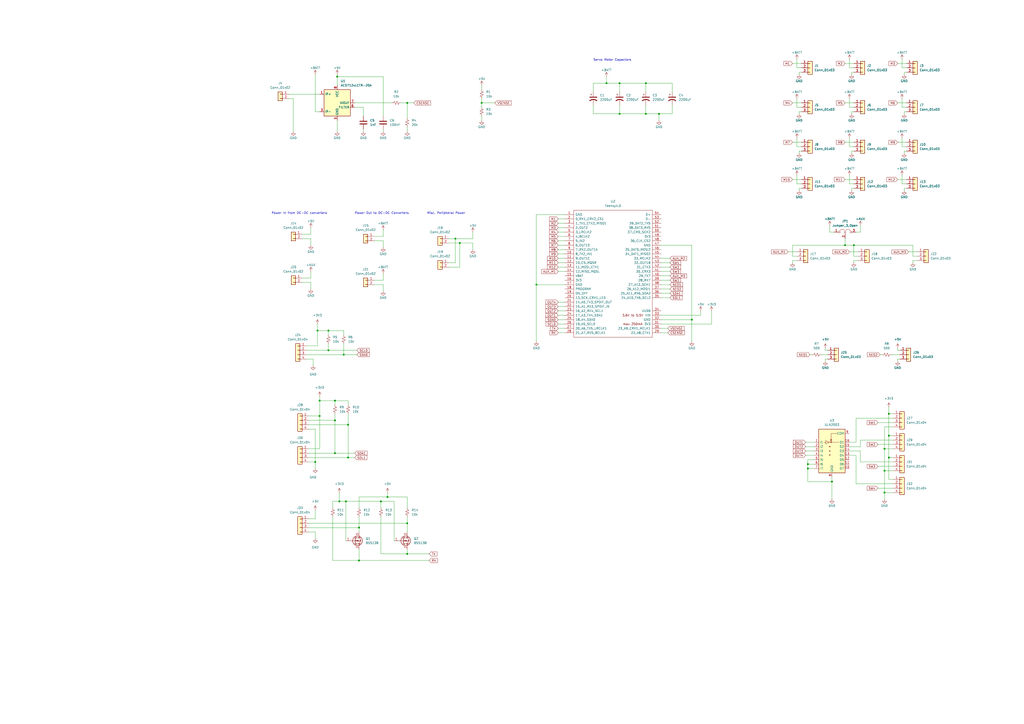
<source format=kicad_sch>
(kicad_sch (version 20211123) (generator eeschema)
  (paper "A2")
  (junction (at 208.28 306.07))
  (junction (at 515.62 265.43))
  (junction (at 264.16 138.43))
  (junction (at 513.08 260.35))
  (junction (at 374.65 48.26))
  (junction (at 182.88 267.97))
  (junction (at 515.62 240.03))
  (junction (at 199.39 205.74))
  (junction (at 185.42 241.3))
  (junction (at 200.66 290.83))
  (junction (at 184.15 191.77))
  (junction (at 401.32 185.42))
  (junction (at 482.6 279.4))
  (junction (at 490.22 142.24))
  (junction (at 190.5 191.77))
  (junction (at 468.63 271.78))
  (junction (at 359.41 66.04))
  (junction (at 382.27 66.04))
  (junction (at 190.5 203.2))
  (junction (at 236.22 59.69))
  (junction (at 513.08 285.75))
  (junction (at 208.28 325.12))
  (junction (at 513.08 273.05))
  (junction (at 201.93 265.43))
  (junction (at 224.79 288.29))
  (junction (at 266.7 140.97))
  (junction (at 351.79 48.26))
  (junction (at 236.22 303.53))
  (junction (at 311.15 165.1))
  (junction (at 220.98 290.83))
  (junction (at 194.31 262.89))
  (junction (at 194.31 232.41))
  (junction (at 201.93 246.38))
  (junction (at 194.31 243.84))
  (junction (at 185.42 232.41))
  (junction (at 515.62 252.73))
  (junction (at 236.22 321.31))
  (junction (at 359.41 48.26))
  (junction (at 374.65 66.04))
  (junction (at 468.63 269.24))
  (junction (at 196.85 290.83))
  (junction (at 195.58 44.45))
  (junction (at 495.3 142.24))
  (junction (at 279.4 59.69))
  (wire (pts (xy 344.17 53.34) (xy 344.17 48.26)))
  (wire (pts (xy 515.62 252.73) (xy 515.62 240.03)))
  (wire (pts (xy 513.08 285.75) (xy 518.16 285.75)))
  (wire (pts (xy 383.54 167.64) (xy 388.62 167.64)))
  (wire (pts (xy 180.34 135.89) (xy 180.34 132.08)))
  (wire (pts (xy 217.17 162.56) (xy 222.25 162.56)))
  (wire (pts (xy 516.89 205.74) (xy 521.97 205.74)))
  (wire (pts (xy 462.28 101.6) (xy 462.28 106.68)))
  (wire (pts (xy 182.88 248.92) (xy 179.07 248.92)))
  (wire (pts (xy 196.85 290.83) (xy 193.04 290.83)))
  (wire (pts (xy 193.04 290.83) (xy 193.04 294.64)))
  (wire (pts (xy 201.93 265.43) (xy 205.74 265.43)))
  (wire (pts (xy 513.08 247.65) (xy 513.08 260.35)))
  (wire (pts (xy 480.06 208.28) (xy 478.79 208.28)))
  (wire (pts (xy 464.82 109.22) (xy 463.55 109.22)))
  (wire (pts (xy 208.28 318.77) (xy 208.28 325.12)))
  (wire (pts (xy 529.59 152.4) (xy 529.59 151.13)))
  (wire (pts (xy 179.07 267.97) (xy 182.88 267.97)))
  (wire (pts (xy 182.88 295.91) (xy 182.88 300.99)))
  (wire (pts (xy 236.22 299.72) (xy 236.22 303.53)))
  (wire (pts (xy 478.79 208.28) (xy 478.79 209.55)))
  (wire (pts (xy 518.16 240.03) (xy 515.62 240.03)))
  (wire (pts (xy 264.16 152.4) (xy 264.16 138.43)))
  (wire (pts (xy 260.35 138.43) (xy 264.16 138.43)))
  (wire (pts (xy 492.76 264.16) (xy 496.57 264.16)))
  (wire (pts (xy 196.85 285.75) (xy 196.85 290.83)))
  (wire (pts (xy 510.54 205.74) (xy 511.81 205.74)))
  (wire (pts (xy 199.39 194.31) (xy 199.39 191.77)))
  (wire (pts (xy 523.24 34.29) (xy 523.24 39.37)))
  (wire (pts (xy 520.7 104.14) (xy 525.78 104.14)))
  (wire (pts (xy 499.11 261.62) (xy 492.76 261.62)))
  (wire (pts (xy 323.85 154.94) (xy 327.66 154.94)))
  (wire (pts (xy 323.85 137.16) (xy 327.66 137.16)))
  (wire (pts (xy 523.24 85.09) (xy 525.78 85.09)))
  (wire (pts (xy 459.74 151.13) (xy 462.28 151.13)))
  (wire (pts (xy 499.11 255.27) (xy 499.11 259.08)))
  (wire (pts (xy 194.31 262.89) (xy 205.74 262.89)))
  (wire (pts (xy 182.88 267.97) (xy 182.88 248.92)))
  (wire (pts (xy 462.28 85.09) (xy 464.82 85.09)))
  (wire (pts (xy 323.85 127) (xy 327.66 127)))
  (wire (pts (xy 509.27 245.11) (xy 518.16 245.11)))
  (wire (pts (xy 462.28 57.15) (xy 462.28 62.23)))
  (wire (pts (xy 279.4 59.69) (xy 279.4 62.23)))
  (wire (pts (xy 201.93 246.38) (xy 201.93 240.03)))
  (wire (pts (xy 193.04 325.12) (xy 208.28 325.12)))
  (wire (pts (xy 524.51 41.91) (xy 524.51 43.18)))
  (wire (pts (xy 492.76 80.01) (xy 492.76 85.09)))
  (wire (pts (xy 518.16 242.57) (xy 496.57 242.57)))
  (wire (pts (xy 459.74 152.4) (xy 459.74 151.13)))
  (wire (pts (xy 323.85 142.24) (xy 327.66 142.24)))
  (wire (pts (xy 490.22 36.83) (xy 495.3 36.83)))
  (wire (pts (xy 194.31 232.41) (xy 194.31 234.95)))
  (wire (pts (xy 180.34 138.43) (xy 180.34 142.24)))
  (wire (pts (xy 184.15 187.96) (xy 184.15 191.77)))
  (wire (pts (xy 323.85 180.34) (xy 327.66 180.34)))
  (wire (pts (xy 509.27 283.21) (xy 518.16 283.21)))
  (wire (pts (xy 401.32 185.42) (xy 401.32 198.12)))
  (wire (pts (xy 195.58 43.18) (xy 195.58 44.45)))
  (wire (pts (xy 359.41 48.26) (xy 374.65 48.26)))
  (wire (pts (xy 462.28 62.23) (xy 464.82 62.23)))
  (wire (pts (xy 482.6 276.86) (xy 482.6 279.4)))
  (wire (pts (xy 208.28 308.61) (xy 208.28 306.07)))
  (wire (pts (xy 467.36 256.54) (xy 472.44 256.54)))
  (wire (pts (xy 523.24 80.01) (xy 523.24 85.09)))
  (wire (pts (xy 495.3 64.77) (xy 494.03 64.77)))
  (wire (pts (xy 382.27 66.04) (xy 382.27 69.85)))
  (wire (pts (xy 478.79 203.2) (xy 480.06 203.2)))
  (wire (pts (xy 323.85 157.48) (xy 327.66 157.48)))
  (wire (pts (xy 520.7 201.93) (xy 520.7 203.2)))
  (wire (pts (xy 495.3 152.4) (xy 495.3 151.13)))
  (wire (pts (xy 323.85 177.8) (xy 327.66 177.8)))
  (wire (pts (xy 462.28 39.37) (xy 464.82 39.37)))
  (wire (pts (xy 323.85 134.62) (xy 327.66 134.62)))
  (wire (pts (xy 513.08 273.05) (xy 513.08 285.75)))
  (wire (pts (xy 524.51 87.63) (xy 524.51 88.9)))
  (wire (pts (xy 523.24 101.6) (xy 523.24 106.68)))
  (wire (pts (xy 464.82 41.91) (xy 463.55 41.91)))
  (wire (pts (xy 182.88 308.61) (xy 182.88 312.42)))
  (wire (pts (xy 467.36 264.16) (xy 472.44 264.16)))
  (wire (pts (xy 194.31 243.84) (xy 194.31 240.03)))
  (wire (pts (xy 222.25 139.7) (xy 222.25 143.51)))
  (wire (pts (xy 200.66 290.83) (xy 220.98 290.83)))
  (wire (pts (xy 529.59 148.59) (xy 532.13 148.59)))
  (wire (pts (xy 359.41 53.34) (xy 359.41 48.26)))
  (wire (pts (xy 190.5 203.2) (xy 207.01 203.2)))
  (wire (pts (xy 459.74 142.24) (xy 490.22 142.24)))
  (wire (pts (xy 181.61 208.28) (xy 181.61 212.09)))
  (wire (pts (xy 232.41 59.69) (xy 236.22 59.69)))
  (wire (pts (xy 459.74 142.24) (xy 459.74 148.59)))
  (wire (pts (xy 518.16 267.97) (xy 499.11 267.97)))
  (wire (pts (xy 200.66 313.69) (xy 200.66 290.83)))
  (wire (pts (xy 220.98 321.31) (xy 236.22 321.31)))
  (wire (pts (xy 462.28 148.59) (xy 459.74 148.59)))
  (wire (pts (xy 374.65 48.26) (xy 374.65 53.34)))
  (wire (pts (xy 323.85 144.78) (xy 327.66 144.78)))
  (wire (pts (xy 494.03 87.63) (xy 494.03 88.9)))
  (wire (pts (xy 236.22 288.29) (xy 236.22 294.64)))
  (wire (pts (xy 220.98 290.83) (xy 220.98 294.64)))
  (wire (pts (xy 185.42 232.41) (xy 185.42 241.3)))
  (wire (pts (xy 383.54 172.72) (xy 388.62 172.72)))
  (wire (pts (xy 184.15 191.77) (xy 190.5 191.77)))
  (wire (pts (xy 518.16 255.27) (xy 499.11 255.27)))
  (wire (pts (xy 459.74 36.83) (xy 464.82 36.83)))
  (wire (pts (xy 374.65 66.04) (xy 382.27 66.04)))
  (wire (pts (xy 344.17 48.26) (xy 351.79 48.26)))
  (wire (pts (xy 210.82 74.93) (xy 210.82 76.2)))
  (wire (pts (xy 412.75 180.34) (xy 412.75 187.96)))
  (wire (pts (xy 515.62 278.13) (xy 515.62 265.43)))
  (wire (pts (xy 236.22 321.31) (xy 248.92 321.31)))
  (wire (pts (xy 205.74 59.69) (xy 227.33 59.69)))
  (wire (pts (xy 524.51 64.77) (xy 524.51 66.04)))
  (wire (pts (xy 463.55 41.91) (xy 463.55 43.18)))
  (wire (pts (xy 323.85 147.32) (xy 327.66 147.32)))
  (wire (pts (xy 205.74 62.23) (xy 210.82 62.23)))
  (wire (pts (xy 383.54 182.88) (xy 406.4 182.88)))
  (wire (pts (xy 323.85 193.04) (xy 327.66 193.04)))
  (wire (pts (xy 266.7 140.97) (xy 274.32 140.97)))
  (wire (pts (xy 383.54 165.1) (xy 388.62 165.1)))
  (wire (pts (xy 383.54 157.48) (xy 388.62 157.48)))
  (wire (pts (xy 311.15 124.46) (xy 311.15 165.1)))
  (wire (pts (xy 236.22 59.69) (xy 240.03 59.69)))
  (wire (pts (xy 492.76 106.68) (xy 495.3 106.68)))
  (wire (pts (xy 495.3 142.24) (xy 529.59 142.24)))
  (wire (pts (xy 175.26 163.83) (xy 180.34 163.83)))
  (wire (pts (xy 401.32 142.24) (xy 401.32 185.42)))
  (wire (pts (xy 520.7 208.28) (xy 520.7 209.55)))
  (wire (pts (xy 513.08 260.35) (xy 513.08 273.05)))
  (wire (pts (xy 482.6 279.4) (xy 482.6 289.56)))
  (wire (pts (xy 494.03 109.22) (xy 494.03 110.49)))
  (wire (pts (xy 495.3 109.22) (xy 494.03 109.22)))
  (wire (pts (xy 323.85 139.7) (xy 327.66 139.7)))
  (wire (pts (xy 463.55 109.22) (xy 463.55 110.49)))
  (wire (pts (xy 323.85 129.54) (xy 327.66 129.54)))
  (wire (pts (xy 529.59 142.24) (xy 529.59 148.59)))
  (wire (pts (xy 323.85 149.86) (xy 327.66 149.86)))
  (wire (pts (xy 459.74 104.14) (xy 464.82 104.14)))
  (wire (pts (xy 260.35 140.97) (xy 266.7 140.97)))
  (wire (pts (xy 492.76 34.29) (xy 492.76 39.37)))
  (wire (pts (xy 406.4 182.88) (xy 406.4 180.34)))
  (wire (pts (xy 323.85 185.42) (xy 327.66 185.42)))
  (wire (pts (xy 467.36 261.62) (xy 472.44 261.62)))
  (wire (pts (xy 490.22 104.14) (xy 495.3 104.14)))
  (wire (pts (xy 468.63 269.24) (xy 468.63 271.78)))
  (wire (pts (xy 177.8 205.74) (xy 199.39 205.74)))
  (wire (pts (xy 478.79 201.93) (xy 478.79 203.2)))
  (wire (pts (xy 523.24 57.15) (xy 523.24 62.23)))
  (wire (pts (xy 520.7 36.83) (xy 525.78 36.83)))
  (wire (pts (xy 468.63 266.7) (xy 468.63 269.24)))
  (wire (pts (xy 274.32 140.97) (xy 274.32 144.78)))
  (wire (pts (xy 236.22 303.53) (xy 236.22 308.61)))
  (wire (pts (xy 464.82 64.77) (xy 463.55 64.77)))
  (wire (pts (xy 179.07 246.38) (xy 201.93 246.38)))
  (wire (pts (xy 327.66 165.1) (xy 311.15 165.1)))
  (wire (pts (xy 412.75 187.96) (xy 383.54 187.96)))
  (wire (pts (xy 513.08 247.65) (xy 518.16 247.65)))
  (wire (pts (xy 182.88 300.99) (xy 179.07 300.99)))
  (wire (pts (xy 266.7 154.94) (xy 266.7 140.97)))
  (wire (pts (xy 525.78 41.91) (xy 524.51 41.91)))
  (wire (pts (xy 175.26 138.43) (xy 180.34 138.43)))
  (wire (pts (xy 323.85 190.5) (xy 327.66 190.5)))
  (wire (pts (xy 167.64 54.61) (xy 185.42 54.61)))
  (wire (pts (xy 182.88 308.61) (xy 179.07 308.61)))
  (wire (pts (xy 383.54 193.04) (xy 387.35 193.04)))
  (wire (pts (xy 527.05 146.05) (xy 532.13 146.05)))
  (wire (pts (xy 222.25 137.16) (xy 222.25 133.35)))
  (wire (pts (xy 492.76 101.6) (xy 492.76 106.68)))
  (wire (pts (xy 463.55 87.63) (xy 463.55 88.9)))
  (wire (pts (xy 525.78 87.63) (xy 524.51 87.63)))
  (wire (pts (xy 525.78 109.22) (xy 524.51 109.22)))
  (wire (pts (xy 463.55 64.77) (xy 463.55 66.04)))
  (wire (pts (xy 383.54 152.4) (xy 388.62 152.4)))
  (wire (pts (xy 190.5 194.31) (xy 190.5 191.77)))
  (wire (pts (xy 525.78 64.77) (xy 524.51 64.77)))
  (wire (pts (xy 383.54 154.94) (xy 388.62 154.94)))
  (wire (pts (xy 311.15 124.46) (xy 327.66 124.46)))
  (wire (pts (xy 228.6 290.83) (xy 228.6 313.69)))
  (wire (pts (xy 199.39 191.77) (xy 190.5 191.77)))
  (wire (pts (xy 323.85 132.08) (xy 327.66 132.08)))
  (wire (pts (xy 513.08 260.35) (xy 518.16 260.35)))
  (wire (pts (xy 509.27 257.81) (xy 518.16 257.81)))
  (wire (pts (xy 383.54 162.56) (xy 388.62 162.56)))
  (wire (pts (xy 359.41 66.04) (xy 374.65 66.04)))
  (wire (pts (xy 513.08 285.75) (xy 513.08 289.56)))
  (wire (pts (xy 383.54 142.24) (xy 401.32 142.24)))
  (wire (pts (xy 499.11 134.62) (xy 499.11 130.81)))
  (wire (pts (xy 210.82 62.23) (xy 210.82 67.31)))
  (wire (pts (xy 490.22 142.24) (xy 495.3 142.24)))
  (wire (pts (xy 194.31 243.84) (xy 194.31 262.89)))
  (wire (pts (xy 495.3 148.59) (xy 495.3 142.24)))
  (wire (pts (xy 182.88 64.77) (xy 182.88 43.18)))
  (wire (pts (xy 520.7 203.2) (xy 521.97 203.2)))
  (wire (pts (xy 389.89 66.04) (xy 389.89 60.96)))
  (wire (pts (xy 201.93 232.41) (xy 194.31 232.41)))
  (wire (pts (xy 179.07 265.43) (xy 201.93 265.43)))
  (wire (pts (xy 260.35 154.94) (xy 266.7 154.94)))
  (wire (pts (xy 389.89 48.26) (xy 389.89 53.34)))
  (wire (pts (xy 469.9 205.74) (xy 471.17 205.74)))
  (wire (pts (xy 383.54 170.18) (xy 388.62 170.18)))
  (wire (pts (xy 509.27 270.51) (xy 518.16 270.51)))
  (wire (pts (xy 496.57 256.54) (xy 492.76 256.54)))
  (wire (pts (xy 467.36 259.08) (xy 472.44 259.08)))
  (wire (pts (xy 279.4 57.15) (xy 279.4 59.69)))
  (wire (pts (xy 523.24 106.68) (xy 525.78 106.68)))
  (wire (pts (xy 468.63 279.4) (xy 482.6 279.4)))
  (wire (pts (xy 374.65 48.26) (xy 389.89 48.26)))
  (wire (pts (xy 459.74 59.69) (xy 464.82 59.69)))
  (wire (pts (xy 184.15 200.66) (xy 177.8 200.66)))
  (wire (pts (xy 462.28 106.68) (xy 464.82 106.68)))
  (wire (pts (xy 220.98 299.72) (xy 220.98 321.31)))
  (wire (pts (xy 180.34 161.29) (xy 180.34 157.48)))
  (wire (pts (xy 351.79 44.45) (xy 351.79 48.26)))
  (wire (pts (xy 185.42 241.3) (xy 185.42 260.35)))
  (wire (pts (xy 472.44 266.7) (xy 468.63 266.7)))
  (wire (pts (xy 236.22 59.69) (xy 236.22 68.58)))
  (wire (pts (xy 459.74 82.55) (xy 464.82 82.55)))
  (wire (pts (xy 175.26 161.29) (xy 180.34 161.29)))
  (wire (pts (xy 492.76 39.37) (xy 495.3 39.37)))
  (wire (pts (xy 520.7 59.69) (xy 525.78 59.69)))
  (wire (pts (xy 195.58 44.45) (xy 195.58 49.53)))
  (wire (pts (xy 217.17 165.1) (xy 222.25 165.1)))
  (wire (pts (xy 264.16 138.43) (xy 274.32 138.43)))
  (wire (pts (xy 323.85 152.4) (xy 327.66 152.4)))
  (wire (pts (xy 374.65 66.04) (xy 374.65 60.96)))
  (wire (pts (xy 518.16 280.67) (xy 496.57 280.67)))
  (wire (pts (xy 279.4 59.69) (xy 287.02 59.69)))
  (wire (pts (xy 383.54 160.02) (xy 388.62 160.02)))
  (wire (pts (xy 518.16 278.13) (xy 515.62 278.13)))
  (wire (pts (xy 181.61 208.28) (xy 177.8 208.28)))
  (wire (pts (xy 344.17 66.04) (xy 359.41 66.04)))
  (wire (pts (xy 224.79 288.29) (xy 236.22 288.29)))
  (wire (pts (xy 382.27 66.04) (xy 389.89 66.04)))
  (wire (pts (xy 194.31 232.41) (xy 185.42 232.41)))
  (wire (pts (xy 236.22 73.66) (xy 236.22 76.2)))
  (wire (pts (xy 495.3 151.13) (xy 497.84 151.13)))
  (wire (pts (xy 490.22 82.55) (xy 495.3 82.55)))
  (wire (pts (xy 260.35 152.4) (xy 264.16 152.4)))
  (wire (pts (xy 490.22 59.69) (xy 495.3 59.69)))
  (wire (pts (xy 179.07 303.53) (xy 236.22 303.53)))
  (wire (pts (xy 518.16 252.73) (xy 515.62 252.73)))
  (wire (pts (xy 279.4 49.53) (xy 279.4 52.07)))
  (wire (pts (xy 195.58 44.45) (xy 222.25 44.45)))
  (wire (pts (xy 224.79 285.75) (xy 224.79 288.29)))
  (wire (pts (xy 201.93 246.38) (xy 201.93 265.43)))
  (wire (pts (xy 201.93 234.95) (xy 201.93 232.41)))
  (wire (pts (xy 521.97 208.28) (xy 520.7 208.28)))
  (wire (pts (xy 279.4 67.31) (xy 279.4 69.85)))
  (wire (pts (xy 496.57 134.62) (xy 499.11 134.62)))
  (wire (pts (xy 179.07 306.07) (xy 208.28 306.07)))
  (wire (pts (xy 222.25 74.93) (xy 222.25 76.2)))
  (wire (pts (xy 323.85 175.26) (xy 327.66 175.26)))
  (wire (pts (xy 468.63 271.78) (xy 472.44 271.78)))
  (wire (pts (xy 195.58 69.85) (xy 195.58 76.2)))
  (wire (pts (xy 496.57 280.67) (xy 496.57 264.16)))
  (wire (pts (xy 185.42 241.3) (xy 179.07 241.3)))
  (wire (pts (xy 179.07 262.89) (xy 194.31 262.89)))
  (wire (pts (xy 217.17 139.7) (xy 222.25 139.7)))
  (wire (pts (xy 208.28 288.29) (xy 224.79 288.29)))
  (wire (pts (xy 515.62 265.43) (xy 515.62 252.73)))
  (wire (pts (xy 217.17 137.16) (xy 222.25 137.16)))
  (wire (pts (xy 495.3 87.63) (xy 494.03 87.63)))
  (wire (pts (xy 236.22 318.77) (xy 236.22 321.31)))
  (wire (pts (xy 518.16 265.43) (xy 515.62 265.43)))
  (wire (pts (xy 311.15 165.1) (xy 311.15 198.12)))
  (wire (pts (xy 179.07 243.84) (xy 194.31 243.84)))
  (wire (pts (xy 492.76 57.15) (xy 492.76 62.23)))
  (wire (pts (xy 193.04 299.72) (xy 193.04 325.12)))
  (wire (pts (xy 515.62 240.03) (xy 515.62 236.22)))
  (wire (pts (xy 185.42 64.77) (xy 182.88 64.77)))
  (wire (pts (xy 274.32 138.43) (xy 274.32 134.62)))
  (wire (pts (xy 529.59 151.13) (xy 532.13 151.13)))
  (wire (pts (xy 383.54 190.5) (xy 387.35 190.5)))
  (wire (pts (xy 520.7 82.55) (xy 525.78 82.55)))
  (wire (pts (xy 476.25 205.74) (xy 480.06 205.74)))
  (wire (pts (xy 323.85 182.88) (xy 327.66 182.88)))
  (wire (pts (xy 196.85 290.83) (xy 200.66 290.83)))
  (wire (pts (xy 523.24 62.23) (xy 525.78 62.23)))
  (wire (pts (xy 513.08 273.05) (xy 518.16 273.05)))
  (wire (pts (xy 462.28 80.01) (xy 462.28 85.09)))
  (wire (pts (xy 492.76 259.08) (xy 499.11 259.08)))
  (wire (pts (xy 190.5 199.39) (xy 190.5 203.2)))
  (wire (pts (xy 167.64 57.15) (xy 170.18 57.15)))
  (wire (pts (xy 492.76 62.23) (xy 495.3 62.23)))
  (wire (pts (xy 499.11 267.97) (xy 499.11 261.62)))
  (wire (pts (xy 495.3 41.91) (xy 494.03 41.91)))
  (wire (pts (xy 481.33 130.81) (xy 481.33 134.62)))
  (wire (pts (xy 323.85 187.96) (xy 327.66 187.96)))
  (wire (pts (xy 468.63 271.78) (xy 468.63 279.4)))
  (wire (pts (xy 177.8 203.2) (xy 190.5 203.2)))
  (wire (pts (xy 462.28 34.29) (xy 462.28 39.37)))
  (wire (pts (xy 208.28 294.64) (xy 208.28 288.29)))
  (wire (pts (xy 185.42 229.87) (xy 185.42 232.41)))
  (wire (pts (xy 199.39 199.39) (xy 199.39 205.74)))
  (wire (pts (xy 184.15 191.77) (xy 184.15 200.66)))
  (wire (pts (xy 208.28 299.72) (xy 208.28 306.07)))
  (wire (pts (xy 524.51 109.22) (xy 524.51 110.49)))
  (wire (pts (xy 359.41 66.04) (xy 359.41 60.96)))
  (wire (pts (xy 170.18 57.15) (xy 170.18 76.2)))
  (wire (pts (xy 481.33 134.62) (xy 483.87 134.62)))
  (wire (pts (xy 464.82 87.63) (xy 463.55 87.63)))
  (wire (pts (xy 494.03 41.91) (xy 494.03 43.18)))
  (wire (pts (xy 492.76 146.05) (xy 497.84 146.05)))
  (wire (pts (xy 523.24 39.37) (xy 525.78 39.37)))
  (wire (pts (xy 492.76 85.09) (xy 495.3 85.09)))
  (wire (pts (xy 383.54 185.42) (xy 401.32 185.42)))
  (wire (pts (xy 344.17 60.96) (xy 344.17 66.04)))
  (wire (pts (xy 351.79 48.26) (xy 359.41 48.26)))
  (wire (pts (xy 199.39 205.74) (xy 207.01 205.74)))
  (wire (pts (xy 222.25 162.56) (xy 222.25 158.75)))
  (wire (pts (xy 182.88 267.97) (xy 182.88 271.78)))
  (wire (pts (xy 490.22 138.43) (xy 490.22 142.24)))
  (wire (pts (xy 222.25 165.1) (xy 222.25 168.91)))
  (wire (pts (xy 497.84 148.59) (xy 495.3 148.59)))
  (wire (pts (xy 185.42 260.35) (xy 179.07 260.35)))
  (wire (pts (xy 175.26 135.89) (xy 180.34 135.89)))
  (wire (pts (xy 457.2 146.05) (xy 462.28 146.05)))
  (wire (pts (xy 468.63 269.24) (xy 472.44 269.24)))
  (wire (pts (xy 222.25 44.45) (xy 222.25 67.31)))
  (wire (pts (xy 383.54 149.86) (xy 388.62 149.86)))
  (wire (pts (xy 228.6 290.83) (xy 220.98 290.83)))
  (wire (pts (xy 180.34 163.83) (xy 180.34 167.64)))
  (wire (pts (xy 494.03 64.77) (xy 494.03 66.04)))
  (wire (pts (xy 496.57 242.57) (xy 496.57 256.54)))
  (wire (pts (xy 208.28 325.12) (xy 248.92 325.12)))
  (text "Power In from DC-DC converters\n" (at 157.48 124.46 0) (effects (font (size 1.27 1.27)) (justify left bottom)))
  (text "Power Out to DC-DC Converters\n" (at 205.74 124.46 0) (effects (font (size 1.27 1.27)) (justify left bottom)))
  (text "Servo Motor Capactors" (at 344.17 35.56 0) (effects (font (size 1.27 1.27)) (justify left bottom)))
  (text "Misc. Peripheral Power\n" (at 247.65 124.46 0) (effects (font (size 1.27 1.27)) (justify left bottom)))
  (global_label "M7" (shape input) (at 323.85 142.24 180) (property "Intersheet References" "${INTERSHEET_REFS}" (effects hide)))
  (global_label "M9" (shape input) (at 520.7 82.55 180) (property "Intersheet References" "${INTERSHEET_REFS}" (effects hide)))
  (global_label "AUX_M1" (shape input) (at 323.85 157.48 180) (property "Intersheet References" "${INTERSHEET_REFS}" (effects hide)))
  (global_label "M5" (shape input) (at 323.85 137.16 180) (property "Intersheet References" "${INTERSHEET_REFS}" (effects hide)))
  (global_label "M8" (shape input) (at 323.85 144.78 180) (property "Intersheet References" "${INTERSHEET_REFS}" (effects hide)))
  (global_label "AUX_M3" (shape input) (at 388.62 160.02 0) (property "Intersheet References" "${INTERSHEET_REFS}" (effects hide)))
  (global_label "SCL0" (shape input) (at 207.01 203.2 0) (property "Intersheet References" "${INTERSHEET_REFS}" (effects hide)))
  (global_label "M4" (shape input) (at 459.74 59.69 180) (property "Intersheet References" "${INTERSHEET_REFS}" (effects hide)))
  (global_label "SDL1" (shape input) (at 388.62 172.72 0) (property "Intersheet References" "${INTERSHEET_REFS}" (effects hide)))
  (global_label "M5" (shape input) (at 490.22 59.69 180) (property "Intersheet References" "${INTERSHEET_REFS}" (effects hide)))
  (global_label "CSENSE" (shape input) (at 240.03 59.69 0) (property "Intersheet References" "${INTERSHEET_REFS}" (effects hide)))
  (global_label "OUT2" (shape input) (at 323.85 180.34 180) (property "Intersheet References" "${INTERSHEET_REFS}" (effects hide)))
  (global_label "AUX_M3" (shape input) (at 527.05 146.05 180) (property "Intersheet References" "${INTERSHEET_REFS}" (effects hide)))
  (global_label "SW3" (shape input) (at 509.27 270.51 180) (property "Intersheet References" "${INTERSHEET_REFS}" (effects hide)))
  (global_label "M3" (shape input) (at 520.7 36.83 180) (property "Intersheet References" "${INTERSHEET_REFS}" (effects hide)))
  (global_label "TX" (shape input) (at 248.92 321.31 0) (property "Intersheet References" "${INTERSHEET_REFS}" (effects hide)))
  (global_label "OUT4" (shape input) (at 323.85 175.26 180) (property "Intersheet References" "${INTERSHEET_REFS}" (effects hide)))
  (global_label "M6" (shape input) (at 323.85 139.7 180) (property "Intersheet References" "${INTERSHEET_REFS}" (effects hide)))
  (global_label "AUX_M1" (shape input) (at 457.2 146.05 180) (property "Intersheet References" "${INTERSHEET_REFS}" (effects hide)))
  (global_label "SDA0" (shape input) (at 323.85 185.42 180) (property "Intersheet References" "${INTERSHEET_REFS}" (effects hide)))
  (global_label "M1" (shape input) (at 323.85 127 180) (property "Intersheet References" "${INTERSHEET_REFS}" (effects hide)))
  (global_label "SDA1" (shape input) (at 205.74 262.89 0) (property "Intersheet References" "${INTERSHEET_REFS}" (effects hide)))
  (global_label "NEO1" (shape input) (at 469.9 205.74 180) (property "Intersheet References" "${INTERSHEET_REFS}" (effects hide)))
  (global_label "SDA1" (shape input) (at 388.62 170.18 0) (property "Intersheet References" "${INTERSHEET_REFS}" (effects hide)))
  (global_label "OUT1" (shape input) (at 323.85 182.88 180) (property "Intersheet References" "${INTERSHEET_REFS}" (effects hide)))
  (global_label "M10" (shape input) (at 323.85 149.86 180) (property "Intersheet References" "${INTERSHEET_REFS}" (effects hide)))
  (global_label "RX" (shape input) (at 323.85 193.04 180) (property "Intersheet References" "${INTERSHEET_REFS}" (effects hide)))
  (global_label "SW4" (shape input) (at 388.62 152.4 0) (property "Intersheet References" "${INTERSHEET_REFS}" (effects hide)))
  (global_label "SCL0" (shape input) (at 323.85 187.96 180) (property "Intersheet References" "${INTERSHEET_REFS}" (effects hide)))
  (global_label "M2" (shape input) (at 323.85 129.54 180) (property "Intersheet References" "${INTERSHEET_REFS}" (effects hide)))
  (global_label "OUT3" (shape input) (at 467.36 261.62 180) (property "Intersheet References" "${INTERSHEET_REFS}" (effects hide)))
  (global_label "M12" (shape input) (at 520.7 104.14 180) (property "Intersheet References" "${INTERSHEET_REFS}" (effects hide)))
  (global_label "SDA0" (shape input) (at 207.01 205.74 0) (property "Intersheet References" "${INTERSHEET_REFS}" (effects hide)))
  (global_label "AUX_M2" (shape input) (at 492.76 146.05 180) (property "Intersheet References" "${INTERSHEET_REFS}" (effects hide)))
  (global_label "SDL1" (shape input) (at 205.74 265.43 0) (property "Intersheet References" "${INTERSHEET_REFS}" (effects hide)))
  (global_label "M4" (shape input) (at 323.85 134.62 180) (property "Intersheet References" "${INTERSHEET_REFS}" (effects hide)))
  (global_label "OUT3" (shape input) (at 323.85 177.8 180) (property "Intersheet References" "${INTERSHEET_REFS}" (effects hide)))
  (global_label "M3" (shape input) (at 323.85 132.08 180) (property "Intersheet References" "${INTERSHEET_REFS}" (effects hide)))
  (global_label "TX" (shape input) (at 323.85 190.5 180) (property "Intersheet References" "${INTERSHEET_REFS}" (effects hide)))
  (global_label "M12" (shape input) (at 323.85 154.94 180) (property "Intersheet References" "${INTERSHEET_REFS}" (effects hide)))
  (global_label "SW3" (shape input) (at 388.62 157.48 0) (property "Intersheet References" "${INTERSHEET_REFS}" (effects hide)))
  (global_label "CSENSE" (shape input) (at 387.35 193.04 0) (property "Intersheet References" "${INTERSHEET_REFS}" (effects hide)))
  (global_label "NEO1" (shape input) (at 388.62 165.1 0) (property "Intersheet References" "${INTERSHEET_REFS}" (effects hide)))
  (global_label "RX" (shape input) (at 248.92 325.12 0) (property "Intersheet References" "${INTERSHEET_REFS}" (effects hide)))
  (global_label "OUT1" (shape input) (at 467.36 256.54 180) (property "Intersheet References" "${INTERSHEET_REFS}" (effects hide)))
  (global_label "M7" (shape input) (at 459.74 82.55 180) (property "Intersheet References" "${INTERSHEET_REFS}" (effects hide)))
  (global_label "M2" (shape input) (at 490.22 36.83 180) (property "Intersheet References" "${INTERSHEET_REFS}" (effects hide)))
  (global_label "SW2" (shape input) (at 388.62 154.94 0) (property "Intersheet References" "${INTERSHEET_REFS}" (effects hide)))
  (global_label "OUT2" (shape input) (at 467.36 259.08 180) (property "Intersheet References" "${INTERSHEET_REFS}" (effects hide)))
  (global_label "VSENSE" (shape input) (at 287.02 59.69 0) (property "Intersheet References" "${INTERSHEET_REFS}" (effects hide)))
  (global_label "M1" (shape input) (at 459.74 36.83 180) (property "Intersheet References" "${INTERSHEET_REFS}" (effects hide)))
  (global_label "AUX_M2" (shape input) (at 388.62 149.86 0) (property "Intersheet References" "${INTERSHEET_REFS}" (effects hide)))
  (global_label "NEO2" (shape input) (at 388.62 167.64 0) (property "Intersheet References" "${INTERSHEET_REFS}" (effects hide)))
  (global_label "NEO2" (shape input) (at 510.54 205.74 180) (property "Intersheet References" "${INTERSHEET_REFS}" (effects hide)))
  (global_label "M11" (shape input) (at 490.22 104.14 180) (property "Intersheet References" "${INTERSHEET_REFS}" (effects hide)))
  (global_label "M6" (shape input) (at 520.7 59.69 180) (property "Intersheet References" "${INTERSHEET_REFS}" (effects hide)))
  (global_label "VSENSE" (shape input) (at 387.35 190.5 0) (property "Intersheet References" "${INTERSHEET_REFS}" (effects hide)))
  (global_label "M10" (shape input) (at 459.74 104.14 180) (property "Intersheet References" "${INTERSHEET_REFS}" (effects hide)))
  (global_label "M8" (shape input) (at 490.22 82.55 180) (property "Intersheet References" "${INTERSHEET_REFS}" (effects hide)))
  (global_label "M9" (shape input) (at 323.85 147.32 180) (property "Intersheet References" "${INTERSHEET_REFS}" (effects hide)))
  (global_label "M11" (shape input) (at 323.85 152.4 180) (property "Intersheet References" "${INTERSHEET_REFS}" (effects hide)))
  (global_label "SW2" (shape input) (at 509.27 257.81 180) (property "Intersheet References" "${INTERSHEET_REFS}" (effects hide)))
  (global_label "SW4" (shape input) (at 509.27 283.21 180) (property "Intersheet References" "${INTERSHEET_REFS}" (effects hide)))
  (global_label "OUT4" (shape input) (at 467.36 264.16 180) (property "Intersheet References" "${INTERSHEET_REFS}" (effects hide)))
  (global_label "SW1" (shape input) (at 509.27 245.11 180) (property "Intersheet References" "${INTERSHEET_REFS}" (effects hide)))
  (global_label "SW1" (shape input) (at 388.62 162.56 0) (property "Intersheet References" "${INTERSHEET_REFS}" (effects hide)))
  (symbol (lib_id "power:GND") (at 524.51 66.04 0) (unit 1)
    (property "Reference" "#PWR016" (effects hide))
    (property "Value" "GND" (at 524.51 69.85 0))
  )
  (symbol (lib_id "power:+5V") (at 279.4 49.53 0) (unit 1)
    (property "Reference" "#PWR010" (effects hide))
    (property "Value" "+5V" (at 279.4 45.72 0))
  )
  (symbol (lib_id "Transistor_FET:BSS138") (at 233.68 313.69 0) (unit 1)
    (property "Reference" "Q2" (at 240.03 312.4199 0) (effects (justify left)))
    (property "Value" "BSS138" (at 240.03 314.9599 0) (effects (justify left)))
    (property "Footprint" "Package_TO_SOT_SMD:SOT-23" (effects hide))
    (property "Datasheet" "https://www.onsemi.com/pub/Collateral/BSS138-D.PDF" (effects hide))
  )
  (symbol (lib_id "power:+5V") (at 224.79 285.75 0) (unit 1)
    (property "Reference" "#PWR062" (effects hide))
    (property "Value" "+5V" (at 224.79 280.67 0))
  )
  (symbol (lib_id "power:GND") (at 180.34 167.64 0) (unit 1)
    (property "Reference" "#PWR048" (effects hide))
    (property "Value" "GND" (at 180.34 171.45 0))
  )
  (symbol (lib_id "Transistor_Array:ULN2003") (at 482.6 261.62 0) (unit 1)
    (property "Reference" "U3" (at 482.6 243.84 0))
    (property "Value" "ULN2003" (at 482.6 246.38 0))
    (property "Footprint" "Package_SO:SOIC-16_3.9x9.9mm_P1.27mm" (effects hide))
    (property "Datasheet" "http://www.ti.com/lit/ds/symlink/uln2003a.pdf" (effects hide))
  )
  (symbol (lib_id "power:GND") (at 170.18 76.2 0) (unit 1)
    (property "Reference" "#PWR019" (effects hide))
    (property "Value" "GND" (at 170.18 80.01 0))
  )
  (symbol (lib_id "power:+BATT") (at 523.24 34.29 0) (unit 1)
    (property "Reference" "#PWR03" (effects hide))
    (property "Value" "+BATT" (at 523.24 30.48 0))
  )
  (symbol (lib_id "Connector_Generic:Conn_01x03") (at 530.86 85.09 0) (unit 1)
    (property "Reference" "J10" (at 533.4 83.8199 0) (effects (justify left)))
    (property "Value" "Conn_01x03" (at 533.4 86.3599 0) (effects (justify left)))
    (property "Footprint" "Connector_PinHeader_2.54mm:PinHeader_1x03_P2.54mm_Vertical" (effects hide))
  )
  (symbol (lib_id "power:GND") (at 494.03 88.9 0) (unit 1)
    (property "Reference" "#PWR028" (effects hide))
    (property "Value" "GND" (at 494.03 92.71 0))
  )
  (symbol (lib_id "Connector_Generic:Conn_01x04") (at 523.24 267.97 0) (unit 1)
    (property "Reference" "J31" (at 525.78 267.9699 0) (effects (justify left)))
    (property "Value" "Conn_01x04" (at 525.78 270.5099 0) (effects (justify left)))
    (property "Footprint" "Connector_PinHeader_2.54mm:PinHeader_1x04_P2.54mm_Vertical" (effects hide))
  )
  (symbol (lib_id "Connector_Generic:Conn_01x03") (at 527.05 205.74 0) (unit 1)
    (property "Reference" "J26" (at 529.59 204.4699 0) (effects (justify left)))
    (property "Value" "Conn_01x03" (at 529.59 207.0099 0) (effects (justify left)))
    (property "Footprint" "Connector_PinHeader_2.54mm:PinHeader_1x03_P2.54mm_Vertical" (effects hide))
  )
  (symbol (lib_id "power:+BATT") (at 492.76 80.01 0) (unit 1)
    (property "Reference" "#PWR025" (effects hide))
    (property "Value" "+BATT" (at 492.76 76.2 0))
  )
  (symbol (lib_id "power:+BATT") (at 481.33 130.81 0) (unit 1)
    (property "Reference" "#PWR036" (effects hide))
    (property "Value" "+BATT" (at 481.33 127 0))
  )
  (symbol (lib_id "power:GND") (at 210.82 76.2 0) (unit 1)
    (property "Reference" "#PWR021" (effects hide))
    (property "Value" "GND" (at 210.82 80.01 0))
  )
  (symbol (lib_id "Connector_Generic:Conn_01x04") (at 523.24 280.67 0) (unit 1)
    (property "Reference" "J32" (at 525.78 280.6699 0) (effects (justify left)))
    (property "Value" "Conn_01x04" (at 525.78 283.2099 0) (effects (justify left)))
    (property "Footprint" "Connector_PinHeader_2.54mm:PinHeader_1x04_P2.54mm_Vertical" (effects hide))
  )
  (symbol (lib_id "power:+BATT") (at 523.24 80.01 0) (unit 1)
    (property "Reference" "#PWR026" (effects hide))
    (property "Value" "+BATT" (at 523.24 76.2 0))
  )
  (symbol (lib_id "Connector_Generic:Conn_01x02") (at 212.09 162.56 0) (mirror y) (unit 1)
    (property "Reference" "J21" (at 212.09 156.21 0))
    (property "Value" "Conn_01x02" (at 212.09 158.75 0))
    (property "Footprint" "Connector_PinHeader_2.54mm:PinHeader_1x02_P2.54mm_Vertical" (effects hide))
  )
  (symbol (lib_id "Connector_Generic:Conn_01x04") (at 173.99 262.89 0) (mirror y) (unit 1)
    (property "Reference" "J30" (at 173.99 254 0))
    (property "Value" "Conn_01x04" (at 173.99 256.54 0))
    (property "Footprint" "Connector_PinHeader_2.54mm:PinHeader_1x04_P2.54mm_Vertical" (effects hide))
  )
  (symbol (lib_id "Connector_Generic:Conn_01x03") (at 469.9 106.68 0) (unit 1)
    (property "Reference" "J11" (at 472.44 105.4099 0) (effects (justify left)))
    (property "Value" "Conn_01x03" (at 472.44 107.9499 0) (effects (justify left)))
    (property "Footprint" "Connector_PinHeader_2.54mm:PinHeader_1x03_P2.54mm_Vertical" (effects hide))
  )
  (symbol (lib_id "Connector_Generic:Conn_01x02") (at 170.18 161.29 0) (mirror y) (unit 1)
    (property "Reference" "J20" (at 170.18 154.94 0))
    (property "Value" "Conn_01x02" (at 170.18 157.48 0))
    (property "Footprint" "Connector_PinHeader_2.54mm:PinHeader_1x02_P2.54mm_Vertical" (effects hide))
  )
  (symbol (lib_id "Device:R_Small_US") (at 208.28 297.18 0) (unit 1)
    (property "Reference" "R12" (at 210.82 295.9099 0) (effects (justify left)))
    (property "Value" "10k" (at 210.82 298.4499 0) (effects (justify left)))
    (property "Footprint" "Resistor_SMD:R_1206_3216Metric_Pad1.30x1.75mm_HandSolder" (effects hide))
  )
  (symbol (lib_id "power:GND") (at 279.4 69.85 0) (unit 1)
    (property "Reference" "#PWR017" (effects hide))
    (property "Value" "GND" (at 279.4 73.66 0))
  )
  (symbol (lib_id "Device:R_Small_US") (at 229.87 59.69 90) (unit 1)
    (property "Reference" "R2" (at 229.87 53.34 90))
    (property "Value" "10k" (at 229.87 55.88 90))
    (property "Footprint" "Resistor_SMD:R_1206_3216Metric_Pad1.30x1.75mm_HandSolder" (effects hide))
  )
  (symbol (lib_id "power:GND") (at 182.88 312.42 0) (unit 1)
    (property "Reference" "#PWR066" (effects hide))
    (property "Value" "GND" (at 182.88 317.5 0))
  )
  (symbol (lib_id "Sensor_Current:ACS712xLCTR-20A") (at 195.58 59.69 0) (unit 1)
    (property "Reference" "U1" (at 197.5994 46.99 0) (effects (justify left)))
    (property "Value" "ACS712xLCTR-20A" (at 197.5994 49.53 0) (effects (justify left)))
    (property "Footprint" "Package_SO:SOIC-8_3.9x4.9mm_P1.27mm" (effects hide))
    (property "Datasheet" "http://www.allegromicro.com/~/media/Files/Datasheets/ACS712-Datasheet.ashx?la=en" (effects hide))
  )
  (symbol (lib_id "power:GND") (at 520.7 209.55 0) (unit 1)
    (property "Reference" "#PWR056" (effects hide))
    (property "Value" "GND" (at 520.7 213.36 0))
  )
  (symbol (lib_id "Connector_Generic:Conn_01x03") (at 500.38 62.23 0) (unit 1)
    (property "Reference" "J6" (at 502.92 60.9599 0) (effects (justify left)))
    (property "Value" "Conn_01x03" (at 502.92 63.4999 0) (effects (justify left)))
    (property "Footprint" "Connector_PinHeader_2.54mm:PinHeader_1x03_P2.54mm_Vertical" (effects hide))
  )
  (symbol (lib_id "power:GND") (at 494.03 43.18 0) (unit 1)
    (property "Reference" "#PWR07" (effects hide))
    (property "Value" "GND" (at 494.03 46.99 0))
  )
  (symbol (lib_id "Connector_Generic:Conn_01x03") (at 500.38 39.37 0) (unit 1)
    (property "Reference" "J2" (at 502.92 38.0999 0) (effects (justify left)))
    (property "Value" "Conn_01x03" (at 502.92 40.6399 0) (effects (justify left)))
    (property "Footprint" "Connector_PinHeader_2.54mm:PinHeader_1x03_P2.54mm_Vertical" (effects hide))
  )
  (symbol (lib_id "Connector_Generic:Conn_01x02") (at 255.27 138.43 0) (mirror y) (unit 1)
    (property "Reference" "J16" (at 255.27 132.08 0))
    (property "Value" "Conn_01x02" (at 255.27 134.62 0))
    (property "Footprint" "Connector_PinHeader_2.54mm:PinHeader_1x02_P2.54mm_Vertical" (effects hide))
  )
  (symbol (lib_id "Connector_Generic:Conn_01x04") (at 173.99 303.53 0) (mirror y) (unit 1)
    (property "Reference" "J33" (at 173.99 294.64 0))
    (property "Value" "Conn_01x04" (at 173.99 297.18 0))
    (property "Footprint" "Connector_PinHeader_2.54mm:PinHeader_1x04_P2.54mm_Vertical" (effects hide))
  )
  (symbol (lib_id "power:+5V") (at 520.7 201.93 0) (unit 1)
    (property "Reference" "#PWR054" (effects hide))
    (property "Value" "+5V" (at 520.7 196.85 0))
  )
  (symbol (lib_id "power:+5V") (at 195.58 43.18 0) (unit 1)
    (property "Reference" "#PWR05" (effects hide))
    (property "Value" "+5V" (at 195.58 39.37 0))
  )
  (symbol (lib_id "power:GND") (at 463.55 110.49 0) (unit 1)
    (property "Reference" "#PWR033" (effects hide))
    (property "Value" "GND" (at 463.55 114.3 0))
  )
  (symbol (lib_id "Device:C_Polarized_US") (at 344.17 57.15 0) (unit 1)
    (property "Reference" "C1" (at 347.98 55.2449 0) (effects (justify left)))
    (property "Value" "2200uF" (at 347.98 57.7849 0) (effects (justify left)))
    (property "Footprint" "Capacitor_THT:CP_Radial_D10.0mm_P5.00mm" (effects hide))
  )
  (symbol (lib_id "power:GND") (at 222.25 168.91 0) (unit 1)
    (property "Reference" "#PWR051" (effects hide))
    (property "Value" "GND" (at 222.25 172.72 0))
  )
  (symbol (lib_id "power:+5V") (at 274.32 134.62 0) (unit 1)
    (property "Reference" "#PWR040" (effects hide))
    (property "Value" "+5V" (at 274.32 130.81 0))
  )
  (symbol (lib_id "Device:R_Small_US") (at 201.93 237.49 0) (unit 1)
    (property "Reference" "R10" (at 204.47 236.2199 0) (effects (justify left)))
    (property "Value" "10k" (at 204.47 238.7599 0) (effects (justify left)))
    (property "Footprint" "Resistor_SMD:R_1206_3216Metric_Pad1.30x1.75mm_HandSolder" (effects hide))
  )
  (symbol (lib_id "power:+5V") (at 406.4 180.34 0) (unit 1)
    (property "Reference" "#PWR0103" (effects hide))
    (property "Value" "+5V" (at 406.4 176.53 0))
  )
  (symbol (lib_id "Device:R_Small_US") (at 236.22 297.18 0) (unit 1)
    (property "Reference" "R14" (at 238.76 295.9099 0) (effects (justify left)))
    (property "Value" "10k" (at 238.76 298.4499 0) (effects (justify left)))
    (property "Footprint" "Resistor_SMD:R_1206_3216Metric_Pad1.30x1.75mm_HandSolder" (effects hide))
  )
  (symbol (lib_id "general:+AUX") (at 499.11 130.81 0) (unit 1)
    (property "Reference" "#PWR037" (effects hide))
    (property "Value" "+AUX" (at 499.11 127 0))
  )
  (symbol (lib_id "Device:R_Small_US") (at 190.5 196.85 0) (unit 1)
    (property "Reference" "R5" (at 193.04 195.5799 0) (effects (justify left)))
    (property "Value" "10k" (at 193.04 198.1199 0) (effects (justify left)))
    (property "Footprint" "Resistor_SMD:R_1206_3216Metric_Pad1.30x1.75mm_HandSolder" (effects hide))
  )
  (symbol (lib_id "Device:R_Small_US") (at 193.04 297.18 0) (unit 1)
    (property "Reference" "R11" (at 195.58 295.9099 0) (effects (justify left)))
    (property "Value" "10k" (at 195.58 298.4499 0) (effects (justify left)))
    (property "Footprint" "Resistor_SMD:R_1206_3216Metric_Pad1.30x1.75mm_HandSolder" (effects hide))
  )
  (symbol (lib_id "Teensy:Teensy4.0") (at 355.6 158.75 0) (unit 1)
    (property "Reference" "U2" (at 355.6 116.84 0))
    (property "Value" "Teensy4.0" (at 355.6 119.38 0))
    (property "Footprint" "Teensy:Teensy40" (effects hide))
  )
  (symbol (lib_id "Connector_Generic:Conn_01x02") (at 212.09 137.16 0) (mirror y) (unit 1)
    (property "Reference" "J15" (at 212.09 130.81 0))
    (property "Value" "Conn_01x02" (at 212.09 133.35 0))
    (property "Footprint" "Connector_PinHeader_2.54mm:PinHeader_1x02_P2.54mm_Vertical" (effects hide))
  )
  (symbol (lib_id "Connector_Generic:Conn_01x04") (at 523.24 255.27 0) (unit 1)
    (property "Reference" "J29" (at 525.78 255.2699 0) (effects (justify left)))
    (property "Value" "Conn_01x04" (at 525.78 257.8099 0) (effects (justify left)))
    (property "Footprint" "Connector_PinHeader_2.54mm:PinHeader_1x04_P2.54mm_Vertical" (effects hide))
  )
  (symbol (lib_id "Transistor_FET:BSS138") (at 205.74 313.69 0) (unit 1)
    (property "Reference" "Q1" (at 212.09 312.4199 0) (effects (justify left)))
    (property "Value" "BSS138" (at 212.09 314.9599 0) (effects (justify left)))
    (property "Footprint" "Package_TO_SOT_SMD:SOT-23" (effects hide))
    (property "Datasheet" "https://www.onsemi.com/pub/Collateral/BSS138-D.PDF" (effects hide))
  )
  (symbol (lib_id "Jumper:Jumper_3_Open") (at 490.22 134.62 0) (unit 1)
    (property "Reference" "JP1" (at 490.22 128.27 0))
    (property "Value" "Jumper_3_Open" (at 490.22 130.81 0))
    (property "Footprint" "Connector_PinHeader_2.54mm:PinHeader_1x03_P2.54mm_Vertical" (effects hide))
  )
  (symbol (lib_id "power:+BATT") (at 462.28 101.6 0) (unit 1)
    (property "Reference" "#PWR030" (effects hide))
    (property "Value" "+BATT" (at 462.28 97.79 0))
  )
  (symbol (lib_id "Connector_Generic:Conn_01x02") (at 170.18 135.89 0) (mirror y) (unit 1)
    (property "Reference" "J14" (at 170.18 129.54 0))
    (property "Value" "Conn_01x02" (at 170.18 132.08 0))
    (property "Footprint" "Connector_PinHeader_2.54mm:PinHeader_1x02_P2.54mm_Vertical" (effects hide))
  )
  (symbol (lib_id "Device:C_Polarized_US") (at 359.41 57.15 0) (unit 1)
    (property "Reference" "C2" (at 363.22 55.2449 0) (effects (justify left)))
    (property "Value" "2200uF" (at 363.22 57.7849 0) (effects (justify left)))
    (property "Footprint" "Capacitor_THT:CP_Radial_D10.0mm_P5.00mm" (effects hide))
  )
  (symbol (lib_id "Connector_Generic:Conn_01x04") (at 172.72 203.2 0) (mirror y) (unit 1)
    (property "Reference" "J24" (at 172.72 194.31 0))
    (property "Value" "Conn_01x04" (at 172.72 196.85 0))
    (property "Footprint" "Connector_PinHeader_2.54mm:PinHeader_1x04_P2.54mm_Vertical" (effects hide))
  )
  (symbol (lib_id "power:GND") (at 182.88 271.78 0) (unit 1)
    (property "Reference" "#PWR060" (effects hide))
    (property "Value" "GND" (at 181.61 276.86 0))
  )
  (symbol (lib_id "Connector_Generic:Conn_01x02") (at 162.56 54.61 0) (mirror y) (unit 1)
    (property "Reference" "J4" (at 162.56 48.26 0))
    (property "Value" "Conn_01x02" (at 162.56 50.8 0))
    (property "Footprint" "Connector_AMASS:AMASS_XT60-F_1x02_P7.20mm_Vertical" (effects hide))
  )
  (symbol (lib_id "power:+3.3V") (at 185.42 229.87 0) (unit 1)
    (property "Reference" "#PWR058" (effects hide))
    (property "Value" "+3.3V" (at 185.42 224.79 0))
  )
  (symbol (lib_id "Device:C_Polarized_US") (at 374.65 57.15 0) (unit 1)
    (property "Reference" "C3" (at 378.46 55.2449 0) (effects (justify left)))
    (property "Value" "2200uF" (at 378.46 57.7849 0) (effects (justify left)))
    (property "Footprint" "Capacitor_THT:CP_Radial_D10.0mm_P5.00mm" (effects hide))
  )
  (symbol (lib_id "Device:R_Small_US") (at 279.4 54.61 0) (unit 1)
    (property "Reference" "R1" (at 281.94 53.3399 0) (effects (justify left)))
    (property "Value" "10k" (at 281.94 55.8799 0) (effects (justify left)))
    (property "Footprint" "Resistor_SMD:R_1206_3216Metric_Pad1.30x1.75mm_HandSolder" (effects hide))
  )
  (symbol (lib_id "power:GND") (at 401.32 198.12 0) (unit 1)
    (property "Reference" "#PWR0102" (effects hide))
    (property "Value" "GND" (at 401.32 201.93 0))
  )
  (symbol (lib_id "power:GND") (at 463.55 66.04 0) (unit 1)
    (property "Reference" "#PWR014" (effects hide))
    (property "Value" "GND" (at 463.55 69.85 0))
  )
  (symbol (lib_id "power:GND") (at 463.55 43.18 0) (unit 1)
    (property "Reference" "#PWR06" (effects hide))
    (property "Value" "GND" (at 463.55 46.99 0))
  )
  (symbol (lib_id "power:GND") (at 482.6 289.56 0) (unit 1)
    (property "Reference" "#PWR063" (effects hide))
    (property "Value" "GND" (at 482.6 293.37 0))
  )
  (symbol (lib_id "power:GND") (at 195.58 76.2 0) (unit 1)
    (property "Reference" "#PWR020" (effects hide))
    (property "Value" "GND" (at 195.58 80.01 0))
  )
  (symbol (lib_id "Connector_Generic:Conn_01x03") (at 530.86 62.23 0) (unit 1)
    (property "Reference" "J7" (at 533.4 60.9599 0) (effects (justify left)))
    (property "Value" "Conn_01x03" (at 533.4 63.4999 0) (effects (justify left)))
    (property "Footprint" "Connector_PinHeader_2.54mm:PinHeader_1x03_P2.54mm_Vertical" (effects hide))
  )
  (symbol (lib_id "power:GND") (at 180.34 142.24 0) (unit 1)
    (property "Reference" "#PWR041" (effects hide))
    (property "Value" "GND" (at 180.34 146.05 0))
  )
  (symbol (lib_id "Connector_Generic:Conn_01x04") (at 173.99 243.84 0) (mirror y) (unit 1)
    (property "Reference" "J28" (at 173.99 234.95 0))
    (property "Value" "Conn_01x04" (at 173.99 237.49 0))
    (property "Footprint" "Connector_PinHeader_2.54mm:PinHeader_1x04_P2.54mm_Vertical" (effects hide))
  )
  (symbol (lib_id "Connector_Generic:Conn_01x03") (at 530.86 39.37 0) (unit 1)
    (property "Reference" "J3" (at 533.4 38.0999 0) (effects (justify left)))
    (property "Value" "Conn_01x03" (at 533.4 40.6399 0) (effects (justify left)))
    (property "Footprint" "Connector_PinHeader_2.54mm:PinHeader_1x03_P2.54mm_Vertical" (effects hide))
  )
  (symbol (lib_id "Device:R_Small_US") (at 194.31 237.49 0) (unit 1)
    (property "Reference" "R9" (at 196.85 236.2199 0) (effects (justify left)))
    (property "Value" "10k" (at 196.85 238.7599 0) (effects (justify left)))
    (property "Footprint" "Resistor_SMD:R_1206_3216Metric_Pad1.30x1.75mm_HandSolder" (effects hide))
  )
  (symbol (lib_id "power:+5V") (at 180.34 132.08 0) (unit 1)
    (property "Reference" "#PWR038" (effects hide))
    (property "Value" "+5V" (at 180.34 128.27 0))
  )
  (symbol (lib_id "Connector_Generic:Conn_01x04") (at 523.24 242.57 0) (unit 1)
    (property "Reference" "J27" (at 525.78 242.5699 0) (effects (justify left)))
    (property "Value" "Conn_01x04" (at 525.78 245.1099 0) (effects (justify left)))
    (property "Footprint" "Connector_PinHeader_2.54mm:PinHeader_1x04_P2.54mm_Vertical" (effects hide))
  )
  (symbol (lib_id "power:GND") (at 222.25 143.51 0) (unit 1)
    (property "Reference" "#PWR042" (effects hide))
    (property "Value" "GND" (at 222.25 147.32 0))
  )
  (symbol (lib_id "Connector_Generic:Conn_01x03") (at 500.38 85.09 0) (unit 1)
    (property "Reference" "J9" (at 502.92 83.8199 0) (effects (justify left)))
    (property "Value" "Conn_01x03" (at 502.92 86.3599 0) (effects (justify left)))
    (property "Footprint" "Connector_PinHeader_2.54mm:PinHeader_1x03_P2.54mm_Vertical" (effects hide))
  )
  (symbol (lib_id "power:+BATT") (at 492.76 34.29 0) (unit 1)
    (property "Reference" "#PWR02" (effects hide))
    (property "Value" "+BATT" (at 492.76 30.48 0))
  )
  (symbol (lib_id "power:+3.3V") (at 515.62 236.22 0) (unit 1)
    (property "Reference" "#PWR059" (effects hide))
    (property "Value" "+3.3V" (at 515.62 231.14 0))
  )
  (symbol (lib_id "power:+BATT") (at 351.79 44.45 0) (unit 1)
    (property "Reference" "#PWR09" (effects hide))
    (property "Value" "+BATT" (at 351.79 40.64 0))
  )
  (symbol (lib_id "Device:C") (at 210.82 71.12 0) (unit 1)
    (property "Reference" "C5" (at 214.63 69.8499 0) (effects (justify left)))
    (property "Value" "1nF" (at 214.63 72.3899 0) (effects (justify left)))
    (property "Footprint" "Capacitor_SMD:C_1206_3216Metric_Pad1.33x1.80mm_HandSolder" (effects hide))
  )
  (symbol (lib_id "Device:R_Small_US") (at 220.98 297.18 0) (unit 1)
    (property "Reference" "R13" (at 223.52 295.9099 0) (effects (justify left)))
    (property "Value" "10k" (at 223.52 298.4499 0) (effects (justify left)))
    (property "Footprint" "Resistor_SMD:R_1206_3216Metric_Pad1.30x1.75mm_HandSolder" (effects hide))
  )
  (symbol (lib_id "Device:R_Small_US") (at 279.4 64.77 0) (unit 1)
    (property "Reference" "R3" (at 281.94 63.4999 0) (effects (justify left)))
    (property "Value" "10k" (at 281.94 66.0399 0) (effects (justify left)))
    (property "Footprint" "Resistor_SMD:R_1206_3216Metric_Pad1.30x1.75mm_HandSolder" (effects hide))
  )
  (symbol (lib_id "power:GND") (at 478.79 209.55 0) (unit 1)
    (property "Reference" "#PWR055" (effects hide))
    (property "Value" "GND" (at 478.79 213.36 0))
  )
  (symbol (lib_id "power:+BATT") (at 182.88 43.18 0) (unit 1)
    (property "Reference" "#PWR04" (effects hide))
    (property "Value" "+BATT" (at 182.88 39.37 0))
  )
  (symbol (lib_id "power:GND") (at 495.3 152.4 0) (unit 1)
    (property "Reference" "#PWR045" (effects hide))
    (property "Value" "GND" (at 495.3 156.21 0))
  )
  (symbol (lib_id "power:GND") (at 463.55 88.9 0) (unit 1)
    (property "Reference" "#PWR027" (effects hide))
    (property "Value" "GND" (at 463.55 92.71 0))
  )
  (symbol (lib_id "Device:R_Small_US") (at 199.39 196.85 0) (unit 1)
    (property "Reference" "R6" (at 201.93 195.5799 0) (effects (justify left)))
    (property "Value" "10k" (at 201.93 198.1199 0) (effects (justify left)))
    (property "Footprint" "Resistor_SMD:R_1206_3216Metric_Pad1.30x1.75mm_HandSolder" (effects hide))
  )
  (symbol (lib_id "Connector_Generic:Conn_01x02") (at 255.27 152.4 0) (mirror y) (unit 1)
    (property "Reference" "J19" (at 255.27 146.05 0))
    (property "Value" "Conn_01x02" (at 255.27 148.59 0))
    (property "Footprint" "Connector_PinHeader_2.54mm:PinHeader_1x02_P2.54mm_Vertical" (effects hide))
  )
  (symbol (lib_id "Connector_Generic:Conn_01x03") (at 485.14 205.74 0) (unit 1)
    (property "Reference" "J25" (at 487.68 204.4699 0) (effects (justify left)))
    (property "Value" "Conn_01x03" (at 487.68 207.0099 0) (effects (justify left)))
    (property "Footprint" "Connector_PinHeader_2.54mm:PinHeader_1x03_P2.54mm_Vertical" (effects hide))
  )
  (symbol (lib_id "power:+3.3V") (at 196.85 285.75 0) (unit 1)
    (property "Reference" "#PWR061" (effects hide))
    (property "Value" "+3.3V" (at 196.85 280.67 0))
  )
  (symbol (lib_id "Connector_Generic:Conn_01x03") (at 469.9 85.09 0) (unit 1)
    (property "Reference" "J8" (at 472.44 83.8199 0) (effects (justify left)))
    (property "Value" "Conn_01x03" (at 472.44 86.3599 0) (effects (justify left)))
    (property "Footprint" "Connector_PinHeader_2.54mm:PinHeader_1x03_P2.54mm_Vertical" (effects hide))
  )
  (symbol (lib_id "power:+5V") (at 478.79 201.93 0) (unit 1)
    (property "Reference" "#PWR053" (effects hide))
    (property "Value" "+5V" (at 478.79 196.85 0))
  )
  (symbol (lib_id "Connector_Generic:Conn_01x03") (at 502.92 148.59 0) (unit 1)
    (property "Reference" "J18" (at 505.46 147.3199 0) (effects (justify left)))
    (property "Value" "Conn_01x03" (at 505.46 149.8599 0) (effects (justify left)))
    (property "Footprint" "Connector_PinHeader_2.54mm:PinHeader_1x03_P2.54mm_Vertical" (effects hide))
  )
  (symbol (lib_id "Connector_Generic:Conn_01x03") (at 500.38 106.68 0) (unit 1)
    (property "Reference" "J12" (at 502.92 105.4099 0) (effects (justify left)))
    (property "Value" "Conn_01x03" (at 502.92 107.9499 0) (effects (justify left)))
    (property "Footprint" "Connector_PinHeader_2.54mm:PinHeader_1x03_P2.54mm_Vertical" (effects hide))
  )
  (symbol (lib_id "power:GND") (at 181.61 212.09 0) (unit 1)
    (property "Reference" "#PWR057" (effects hide))
    (property "Value" "GND" (at 181.61 217.17 0))
  )
  (symbol (lib_id "power:GND") (at 524.51 43.18 0) (unit 1)
    (property "Reference" "#PWR08" (effects hide))
    (property "Value" "GND" (at 524.51 46.99 0))
  )
  (symbol (lib_id "power:+BATT") (at 523.24 57.15 0) (unit 1)
    (property "Reference" "#PWR013" (effects hide))
    (property "Value" "+BATT" (at 523.24 53.34 0))
  )
  (symbol (lib_id "Device:R_Small_US") (at 236.22 71.12 0) (unit 1)
    (property "Reference" "R4" (at 238.76 69.8499 0) (effects (justify left)))
    (property "Value" "20k" (at 238.76 72.3899 0) (effects (justify left)))
    (property "Footprint" "Resistor_SMD:R_1206_3216Metric_Pad1.30x1.75mm_HandSolder" (effects hide))
  )
  (symbol (lib_id "Device:R_Small_US") (at 514.35 205.74 270) (unit 1)
    (property "Reference" "R8" (at 514.35 199.39 90))
    (property "Value" "500" (at 514.35 201.93 90))
    (property "Footprint" "Resistor_SMD:R_1206_3216Metric_Pad1.30x1.75mm_HandSolder" (effects hide))
  )
  (symbol (lib_id "power:+BATT") (at 462.28 57.15 0) (unit 1)
    (property "Reference" "#PWR011" (effects hide))
    (property "Value" "+BATT" (at 462.28 53.34 0))
  )
  (symbol (lib_id "power:GND") (at 236.22 76.2 0) (unit 1)
    (property "Reference" "#PWR023" (effects hide))
    (property "Value" "GND" (at 236.22 80.01 0))
  )
  (symbol (lib_id "power:GND") (at 222.25 76.2 0) (unit 1)
    (property "Reference" "#PWR022" (effects hide))
    (property "Value" "GND" (at 222.25 80.01 0))
  )
  (symbol (lib_id "power:+3.3V") (at 412.75 180.34 0) (unit 1)
    (property "Reference" "#PWR0105" (effects hide))
    (property "Value" "+3.3V" (at 412.75 176.53 0))
  )
  (symbol (lib_id "power:+BATT") (at 462.28 80.01 0) (unit 1)
    (property "Reference" "#PWR024" (effects hide))
    (property "Value" "+BATT" (at 462.28 76.2 0))
  )
  (symbol (lib_id "Device:R_Small_US") (at 473.71 205.74 270) (unit 1)
    (property "Reference" "R7" (at 473.71 199.39 90))
    (property "Value" "500" (at 473.71 201.93 90))
    (property "Footprint" "Resistor_SMD:R_1206_3216Metric_Pad1.30x1.75mm_HandSolder" (effects hide))
  )
  (symbol (lib_id "Connector_Generic:Conn_01x03") (at 469.9 39.37 0) (unit 1)
    (property "Reference" "J1" (at 472.44 38.0999 0) (effects (justify left)))
    (property "Value" "Conn_01x03" (at 472.44 40.6399 0) (effects (justify left)))
    (property "Footprint" "Connector_PinHeader_2.54mm:PinHeader_1x03_P2.54mm_Vertical" (effects hide))
  )
  (symbol (lib_id "power:+BATT") (at 222.25 133.35 0) (unit 1)
    (property "Reference" "#PWR039" (effects hide))
    (property "Value" "+BATT" (at 222.25 129.54 0))
  )
  (symbol (lib_id "power:+BATT") (at 492.76 101.6 0) (unit 1)
    (property "Reference" "#PWR031" (effects hide))
    (property "Value" "+BATT" (at 492.76 97.79 0))
  )
  (symbol (lib_id "power:GND") (at 494.03 110.49 0) (unit 1)
    (property "Reference" "#PWR034" (effects hide))
    (property "Value" "GND" (at 494.03 114.3 0))
  )
  (symbol (lib_id "power:GND") (at 494.03 66.04 0) (unit 1)
    (property "Reference" "#PWR015" (effects hide))
    (property "Value" "GND" (at 494.03 69.85 0))
  )
  (symbol (lib_id "power:+BATT") (at 523.24 101.6 0) (unit 1)
    (property "Reference" "#PWR032" (effects hide))
    (property "Value" "+BATT" (at 523.24 97.79 0))
  )
  (symbol (lib_id "power:GND") (at 524.51 88.9 0) (unit 1)
    (property "Reference" "#PWR029" (effects hide))
    (property "Value" "GND" (at 524.51 92.71 0))
  )
  (symbol (lib_id "power:GND") (at 513.08 289.56 0) (unit 1)
    (property "Reference" "#PWR064" (effects hide))
    (property "Value" "GND" (at 513.08 293.37 0))
  )
  (symbol (lib_id "Device:C") (at 222.25 71.12 0) (unit 1)
    (property "Reference" "C6" (at 226.06 69.8499 0) (effects (justify left)))
    (property "Value" "100nF" (at 226.06 72.3899 0) (effects (justify left)))
    (property "Footprint" "Capacitor_SMD:C_1206_3216Metric_Pad1.33x1.80mm_HandSolder" (effects hide))
  )
  (symbol (lib_id "power:GND") (at 529.59 152.4 0) (unit 1)
    (property "Reference" "#PWR049" (effects hide))
    (property "Value" "GND" (at 529.59 156.21 0))
  )
  (symbol (lib_id "general:+AUX") (at 180.34 157.48 0) (unit 1)
    (property "Reference" "#PWR046" (effects hide))
    (property "Value" "+AUX" (at 180.34 153.67 0))
  )
  (symbol (lib_id "Connector_Generic:Conn_01x03") (at 537.21 148.59 0) (unit 1)
    (property "Reference" "J22" (at 539.75 147.3199 0) (effects (justify left)))
    (property "Value" "Conn_01x03" (at 539.75 149.8599 0) (effects (justify left)))
    (property "Footprint" "Connector_PinHeader_2.54mm:PinHeader_1x03_P2.54mm_Vertical" (effects hide))
  )
  (symbol (lib_id "Connector_Generic:Conn_01x03") (at 530.86 106.68 0) (unit 1)
    (property "Reference" "J13" (at 533.4 105.4099 0) (effects (justify left)))
    (property "Value" "Conn_01x03" (at 533.4 107.9499 0) (effects (justify left)))
    (property "Footprint" "Connector_PinHeader_2.54mm:PinHeader_1x03_P2.54mm_Vertical" (effects hide))
  )
  (symbol (lib_id "power:+3.3V") (at 184.15 187.96 0) (unit 1)
    (property "Reference" "#PWR052" (effects hide))
    (property "Value" "+3.3V" (at 184.15 182.88 0))
  )
  (symbol (lib_id "Connector_Generic:Conn_01x03") (at 467.36 148.59 0) (unit 1)
    (property "Reference" "J17" (at 469.9 147.3199 0) (effects (justify left)))
    (property "Value" "Conn_01x03" (at 469.9 149.8599 0) (effects (justify left)))
    (property "Footprint" "Connector_PinHeader_2.54mm:PinHeader_1x03_P2.54mm_Vertical" (effects hide))
  )
  (symbol (lib_id "power:GND") (at 524.51 110.49 0) (unit 1)
    (property "Reference" "#PWR035" (effects hide))
    (property "Value" "GND" (at 524.51 114.3 0))
  )
  (symbol (lib_id "Device:C_Polarized_US") (at 389.89 57.15 0) (unit 1)
    (property "Reference" "C4" (at 393.7 55.2449 0) (effects (justify left)))
    (property "Value" "2200uF" (at 393.7 57.7849 0) (effects (justify left)))
    (property "Footprint" "Capacitor_THT:CP_Radial_D10.0mm_P5.00mm" (effects hide))
  )
  (symbol (lib_id "power:+BATT") (at 462.28 34.29 0) (unit 1)
    (property "Reference" "#PWR01" (effects hide))
    (property "Value" "+BATT" (at 462.28 30.48 0))
  )
  (symbol (lib_id "power:+5V") (at 182.88 295.91 0) (unit 1)
    (property "Reference" "#PWR065" (effects hide))
    (property "Value" "+5V" (at 182.88 290.83 0))
  )
  (symbol (lib_id "power:GND") (at 274.32 144.78 0) (unit 1)
    (property "Reference" "#PWR043" (effects hide))
    (property "Value" "GND" (at 274.32 148.59 0))
  )
  (symbol (lib_id "power:+BATT") (at 222.25 158.75 0) (unit 1)
    (property "Reference" "#PWR047" (effects hide))
    (property "Value" "+BATT" (at 222.25 154.94 0))
  )
  (symbol (lib_id "power:GND") (at 311.15 198.12 0) (unit 1)
    (property "Reference" "#PWR0104" (effects hide))
    (property "Value" "GND" (at 311.15 201.93 0))
  )
  (symbol (lib_id "Connector_Generic:Conn_01x03") (at 469.9 62.23 0) (unit 1)
    (property "Reference" "J5" (at 472.44 60.9599 0) (effects (justify left)))
    (property "Value" "Conn_01x03" (at 472.44 63.4999 0) (effects (justify left)))
    (property "Footprint" "Connector_PinHeader_2.54mm:PinHeader_1x03_P2.54mm_Vertical" (effects hide))
  )
  (symbol (lib_id "power:GND") (at 382.27 69.85 0) (unit 1)
    (property "Reference" "#PWR018" (effects hide))
    (property "Value" "GND" (at 382.27 73.66 0))
  )
  (symbol (lib_id "power:+BATT") (at 492.76 57.15 0) (unit 1)
    (property "Reference" "#PWR012" (effects hide))
    (property "Value" "+BATT" (at 492.76 53.34 0))
  )
  (symbol (lib_id "power:GND") (at 459.74 152.4 0) (unit 1)
    (property "Reference" "#PWR044" (effects hide))
    (property "Value" "GND" (at 459.74 156.21 0))
  )
)
</source>
